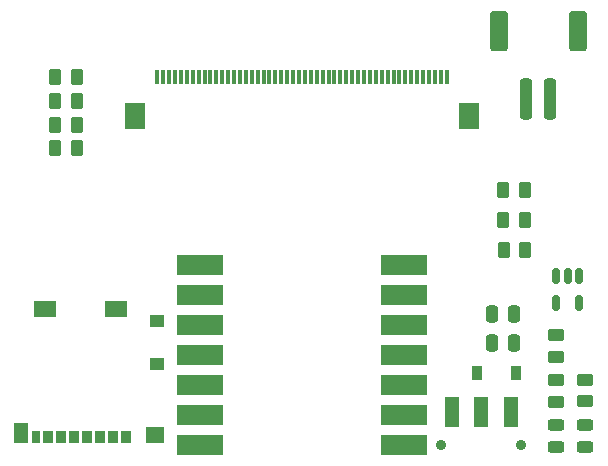
<source format=gbr>
%TF.GenerationSoftware,KiCad,Pcbnew,(6.0.6)*%
%TF.CreationDate,2022-12-14T10:50:40-06:00*%
%TF.ProjectId,Realm Card,5265616c-6d20-4436-9172-642e6b696361,A*%
%TF.SameCoordinates,Original*%
%TF.FileFunction,Soldermask,Top*%
%TF.FilePolarity,Negative*%
%FSLAX46Y46*%
G04 Gerber Fmt 4.6, Leading zero omitted, Abs format (unit mm)*
G04 Created by KiCad (PCBNEW (6.0.6)) date 2022-12-14 10:50:40*
%MOMM*%
%LPD*%
G01*
G04 APERTURE LIST*
G04 Aperture macros list*
%AMRoundRect*
0 Rectangle with rounded corners*
0 $1 Rounding radius*
0 $2 $3 $4 $5 $6 $7 $8 $9 X,Y pos of 4 corners*
0 Add a 4 corners polygon primitive as box body*
4,1,4,$2,$3,$4,$5,$6,$7,$8,$9,$2,$3,0*
0 Add four circle primitives for the rounded corners*
1,1,$1+$1,$2,$3*
1,1,$1+$1,$4,$5*
1,1,$1+$1,$6,$7*
1,1,$1+$1,$8,$9*
0 Add four rect primitives between the rounded corners*
20,1,$1+$1,$2,$3,$4,$5,0*
20,1,$1+$1,$4,$5,$6,$7,0*
20,1,$1+$1,$6,$7,$8,$9,0*
20,1,$1+$1,$8,$9,$2,$3,0*%
G04 Aperture macros list end*
%ADD10RoundRect,0.150000X-0.150000X0.512500X-0.150000X-0.512500X0.150000X-0.512500X0.150000X0.512500X0*%
%ADD11RoundRect,0.250000X-0.262500X-0.450000X0.262500X-0.450000X0.262500X0.450000X-0.262500X0.450000X0*%
%ADD12RoundRect,0.250000X0.262500X0.450000X-0.262500X0.450000X-0.262500X-0.450000X0.262500X-0.450000X0*%
%ADD13RoundRect,0.250000X-0.450000X0.262500X-0.450000X-0.262500X0.450000X-0.262500X0.450000X0.262500X0*%
%ADD14RoundRect,0.250000X-0.250000X-0.475000X0.250000X-0.475000X0.250000X0.475000X-0.250000X0.475000X0*%
%ADD15R,0.900000X1.200000*%
%ADD16RoundRect,0.243750X0.456250X-0.243750X0.456250X0.243750X-0.456250X0.243750X-0.456250X-0.243750X0*%
%ADD17R,0.850000X1.100000*%
%ADD18R,0.750000X1.100000*%
%ADD19R,1.200000X1.000000*%
%ADD20R,1.900000X1.350000*%
%ADD21R,1.170000X1.800000*%
%ADD22R,1.550000X1.350000*%
%ADD23RoundRect,0.250000X0.250000X1.500000X-0.250000X1.500000X-0.250000X-1.500000X0.250000X-1.500000X0*%
%ADD24RoundRect,0.250001X0.499999X1.449999X-0.499999X1.449999X-0.499999X-1.449999X0.499999X-1.449999X0*%
%ADD25C,0.900000*%
%ADD26R,1.250000X2.500000*%
%ADD27R,4.000000X1.700000*%
%ADD28R,0.300000X1.300000*%
%ADD29R,1.800000X2.200000*%
%ADD30RoundRect,0.243750X-0.456250X0.243750X-0.456250X-0.243750X0.456250X-0.243750X0.456250X0.243750X0*%
G04 APERTURE END LIST*
D10*
%TO.C,U1*%
X48450000Y-23362500D03*
X47500000Y-23362500D03*
X46550000Y-23362500D03*
X46550000Y-25637500D03*
X48450000Y-25637500D03*
%TD*%
D11*
%TO.C,R3*%
X42087500Y-21120000D03*
X43912500Y-21120000D03*
%TD*%
D12*
%TO.C,R1*%
X43875000Y-18580000D03*
X42050000Y-18580000D03*
%TD*%
D13*
%TO.C,R4*%
X46500000Y-28335500D03*
X46500000Y-30160500D03*
%TD*%
D11*
%TO.C,R9*%
X4087500Y-8500000D03*
X5912500Y-8500000D03*
%TD*%
D14*
%TO.C,C1*%
X41050000Y-29000000D03*
X42950000Y-29000000D03*
%TD*%
D11*
%TO.C,R10*%
X4087500Y-6500000D03*
X5912500Y-6500000D03*
%TD*%
D15*
%TO.C,D3*%
X43150000Y-31500000D03*
X39850000Y-31500000D03*
%TD*%
D11*
%TO.C,R7*%
X4087500Y-12500000D03*
X5912500Y-12500000D03*
%TD*%
D16*
%TO.C,D2*%
X49000000Y-37805500D03*
X49000000Y-35930500D03*
%TD*%
D17*
%TO.C,J2*%
X10105000Y-36950000D03*
X9005000Y-36950000D03*
X7905000Y-36950000D03*
X6805000Y-36950000D03*
X5705000Y-36950000D03*
X4605000Y-36950000D03*
X3505000Y-36950000D03*
D18*
X2455000Y-36950000D03*
D19*
X12740000Y-30800000D03*
X12740000Y-27100000D03*
D20*
X3270000Y-26125000D03*
D21*
X1245000Y-36600000D03*
D22*
X12565000Y-36825000D03*
D20*
X9240000Y-26125000D03*
%TD*%
D11*
%TO.C,R8*%
X4087500Y-10500000D03*
X5912500Y-10500000D03*
%TD*%
D13*
%TO.C,R5*%
X46500000Y-32145500D03*
X46500000Y-33970500D03*
%TD*%
D23*
%TO.C,J3*%
X46000000Y-8350000D03*
X44000000Y-8350000D03*
D24*
X48350000Y-2600000D03*
X41650000Y-2600000D03*
%TD*%
D25*
%TO.C,SW1*%
X43570000Y-37630000D03*
X36770000Y-37630000D03*
D26*
X37670000Y-34880000D03*
X40170000Y-34880000D03*
X42670000Y-34880000D03*
%TD*%
D27*
%TO.C,J1*%
X16380000Y-22380000D03*
X16380000Y-24920000D03*
X16380000Y-27460000D03*
X16380000Y-30000000D03*
X16380000Y-32540000D03*
X16380000Y-35080000D03*
X16380000Y-37620000D03*
X33620000Y-22380000D03*
X33620000Y-24920000D03*
X33620000Y-27460000D03*
X33620000Y-30000000D03*
X33620000Y-32540000D03*
X33620000Y-35080000D03*
X33620000Y-37620000D03*
%TD*%
D11*
%TO.C,R2*%
X42050000Y-16040000D03*
X43875000Y-16040000D03*
%TD*%
D14*
%TO.C,C2*%
X41050000Y-26500000D03*
X42950000Y-26500000D03*
%TD*%
D28*
%TO.C,J4*%
X12750000Y-6490000D03*
X13250000Y-6490000D03*
X13750000Y-6490000D03*
X14250000Y-6490000D03*
X14750000Y-6490000D03*
X15250000Y-6490000D03*
X15750000Y-6490000D03*
X16250000Y-6490000D03*
X16750000Y-6490000D03*
X17250000Y-6490000D03*
X17750000Y-6490000D03*
X18250000Y-6490000D03*
X18750000Y-6490000D03*
X19250000Y-6490000D03*
X19750000Y-6490000D03*
X20250000Y-6490000D03*
X20750000Y-6490000D03*
X21250000Y-6490000D03*
X21750000Y-6490000D03*
X22250000Y-6490000D03*
X22750000Y-6490000D03*
X23250000Y-6490000D03*
X23750000Y-6490000D03*
X24250000Y-6490000D03*
X24750000Y-6490000D03*
X25250000Y-6490000D03*
X25750000Y-6490000D03*
X26250000Y-6490000D03*
X26750000Y-6490000D03*
X27250000Y-6490000D03*
X27750000Y-6490000D03*
X28250000Y-6490000D03*
X28750000Y-6490000D03*
X29250000Y-6490000D03*
X29750000Y-6490000D03*
X30250000Y-6490000D03*
X30750000Y-6490000D03*
X31250000Y-6490000D03*
X31750000Y-6490000D03*
X32250000Y-6490000D03*
X32750000Y-6490000D03*
X33250000Y-6490000D03*
X33750000Y-6490000D03*
X34250000Y-6490000D03*
X34750000Y-6490000D03*
X35250000Y-6490000D03*
X35750000Y-6490000D03*
X36250000Y-6490000D03*
X36750000Y-6490000D03*
X37250000Y-6490000D03*
D29*
X39150000Y-9740000D03*
X10850000Y-9740000D03*
%TD*%
D30*
%TO.C,D1*%
X46500000Y-35930500D03*
X46500000Y-37805500D03*
%TD*%
D13*
%TO.C,R6*%
X49000000Y-32087500D03*
X49000000Y-33912500D03*
%TD*%
M02*

</source>
